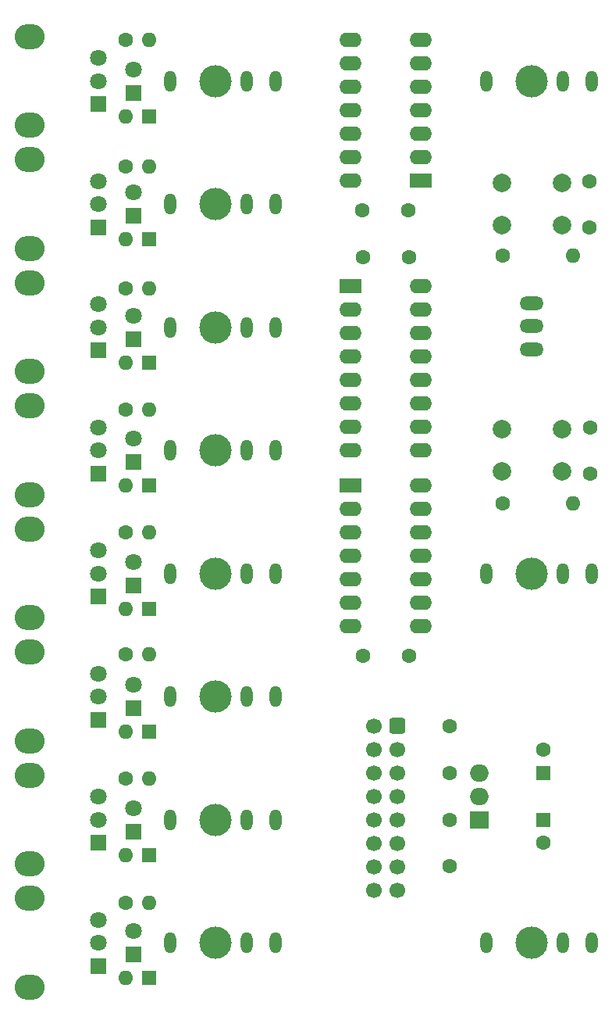
<source format=gbr>
G04 #@! TF.GenerationSoftware,KiCad,Pcbnew,(5.1.9)-1*
G04 #@! TF.CreationDate,2021-04-09T10:44:14+02:00*
G04 #@! TF.ProjectId,Baby 8,42616279-2038-42e6-9b69-6361645f7063,rev?*
G04 #@! TF.SameCoordinates,Original*
G04 #@! TF.FileFunction,Soldermask,Bot*
G04 #@! TF.FilePolarity,Negative*
%FSLAX46Y46*%
G04 Gerber Fmt 4.6, Leading zero omitted, Abs format (unit mm)*
G04 Created by KiCad (PCBNEW (5.1.9)-1) date 2021-04-09 10:44:14*
%MOMM*%
%LPD*%
G01*
G04 APERTURE LIST*
%ADD10O,3.240000X2.720000*%
%ADD11C,1.800000*%
%ADD12R,1.800000X1.800000*%
%ADD13O,1.300000X2.300000*%
%ADD14C,3.500000*%
%ADD15O,1.600000X1.600000*%
%ADD16R,1.600000X1.600000*%
%ADD17C,1.600000*%
%ADD18C,1.700000*%
%ADD19O,2.400000X1.600000*%
%ADD20R,2.400000X1.600000*%
%ADD21O,2.000000X1.905000*%
%ADD22R,2.000000X1.905000*%
%ADD23C,2.000000*%
%ADD24O,2.600000X1.500000*%
G04 APERTURE END LIST*
D10*
G04 #@! TO.C,RV8*
X5835000Y-105130000D03*
X5835000Y-95530000D03*
D11*
X13335000Y-97830000D03*
X13335000Y-100330000D03*
D12*
X13335000Y-102830000D03*
G04 #@! TD*
D10*
G04 #@! TO.C,RV7*
X5835000Y-91795000D03*
X5835000Y-82195000D03*
D11*
X13335000Y-84495000D03*
X13335000Y-86995000D03*
D12*
X13335000Y-89495000D03*
G04 #@! TD*
D10*
G04 #@! TO.C,RV6*
X5835000Y-78460000D03*
X5835000Y-68860000D03*
D11*
X13335000Y-71160000D03*
X13335000Y-73660000D03*
D12*
X13335000Y-76160000D03*
G04 #@! TD*
D10*
G04 #@! TO.C,RV5*
X5835000Y-65125000D03*
X5835000Y-55525000D03*
D11*
X13335000Y-57825000D03*
X13335000Y-60325000D03*
D12*
X13335000Y-62825000D03*
G04 #@! TD*
D10*
G04 #@! TO.C,RV4*
X5835000Y-51790000D03*
X5835000Y-42190000D03*
D11*
X13335000Y-44490000D03*
X13335000Y-46990000D03*
D12*
X13335000Y-49490000D03*
G04 #@! TD*
D10*
G04 #@! TO.C,RV3*
X5835000Y-38455000D03*
X5835000Y-28855000D03*
D11*
X13335000Y-31155000D03*
X13335000Y-33655000D03*
D12*
X13335000Y-36155000D03*
G04 #@! TD*
D10*
G04 #@! TO.C,RV2*
X5835000Y-25120000D03*
X5835000Y-15520000D03*
D11*
X13335000Y-17820000D03*
X13335000Y-20320000D03*
D12*
X13335000Y-22820000D03*
G04 #@! TD*
D10*
G04 #@! TO.C,RV1*
X5835000Y-11785000D03*
X5835000Y-2185000D03*
D11*
X13335000Y-4485000D03*
X13335000Y-6985000D03*
D12*
X13335000Y-9485000D03*
G04 #@! TD*
D13*
G04 #@! TO.C,J5*
X21115000Y-6985000D03*
X29415000Y-6985000D03*
X32515000Y-6985000D03*
D14*
X26035000Y-6985000D03*
G04 #@! TD*
D13*
G04 #@! TO.C,J12*
X21115000Y-100330000D03*
X29415000Y-100330000D03*
X32515000Y-100330000D03*
D14*
X26035000Y-100330000D03*
G04 #@! TD*
D13*
G04 #@! TO.C,J11*
X21115000Y-86995000D03*
X29415000Y-86995000D03*
X32515000Y-86995000D03*
D14*
X26035000Y-86995000D03*
G04 #@! TD*
D13*
G04 #@! TO.C,J10*
X21115000Y-73660000D03*
X29415000Y-73660000D03*
X32515000Y-73660000D03*
D14*
X26035000Y-73660000D03*
G04 #@! TD*
D13*
G04 #@! TO.C,J9*
X21115000Y-60325000D03*
X29415000Y-60325000D03*
X32515000Y-60325000D03*
D14*
X26035000Y-60325000D03*
G04 #@! TD*
D13*
G04 #@! TO.C,J8*
X21115000Y-46990000D03*
X29415000Y-46990000D03*
X32515000Y-46990000D03*
D14*
X26035000Y-46990000D03*
G04 #@! TD*
D13*
G04 #@! TO.C,J7*
X21115000Y-33655000D03*
X29415000Y-33655000D03*
X32515000Y-33655000D03*
D14*
X26035000Y-33655000D03*
G04 #@! TD*
D13*
G04 #@! TO.C,J6*
X21115000Y-20320000D03*
X29415000Y-20320000D03*
X32515000Y-20320000D03*
D14*
X26035000Y-20320000D03*
G04 #@! TD*
D13*
G04 #@! TO.C,J4*
X55405000Y-60325000D03*
X63705000Y-60325000D03*
X66805000Y-60325000D03*
D14*
X60325000Y-60325000D03*
G04 #@! TD*
D13*
G04 #@! TO.C,J3*
X55405000Y-6985000D03*
X63705000Y-6985000D03*
X66805000Y-6985000D03*
D14*
X60325000Y-6985000D03*
G04 #@! TD*
D13*
G04 #@! TO.C,J2*
X55405000Y-100330000D03*
X63705000Y-100330000D03*
X66805000Y-100330000D03*
D14*
X60325000Y-100330000D03*
G04 #@! TD*
D15*
G04 #@! TO.C,D8*
X16256000Y-104140000D03*
D16*
X18796000Y-104140000D03*
G04 #@! TD*
D15*
G04 #@! TO.C,D7*
X16256000Y-90805000D03*
D16*
X18796000Y-90805000D03*
G04 #@! TD*
D15*
G04 #@! TO.C,D6*
X16256000Y-77470000D03*
D16*
X18796000Y-77470000D03*
G04 #@! TD*
D15*
G04 #@! TO.C,D5*
X16256000Y-64135000D03*
D16*
X18796000Y-64135000D03*
G04 #@! TD*
D15*
G04 #@! TO.C,D4*
X16256000Y-50800000D03*
D16*
X18796000Y-50800000D03*
G04 #@! TD*
D15*
G04 #@! TO.C,D3*
X16256000Y-37465000D03*
D16*
X18796000Y-37465000D03*
G04 #@! TD*
D15*
G04 #@! TO.C,D2*
X16256000Y-24130000D03*
D16*
X18796000Y-24130000D03*
G04 #@! TD*
D15*
G04 #@! TO.C,D1*
X16256000Y-10795000D03*
D16*
X18796000Y-10795000D03*
G04 #@! TD*
D15*
G04 #@! TO.C,R10*
X18796000Y-96012000D03*
D17*
X16256000Y-96012000D03*
G04 #@! TD*
D15*
G04 #@! TO.C,R9*
X18796000Y-82550000D03*
D17*
X16256000Y-82550000D03*
G04 #@! TD*
D15*
G04 #@! TO.C,R8*
X18796000Y-69088000D03*
D17*
X16256000Y-69088000D03*
G04 #@! TD*
D15*
G04 #@! TO.C,R7*
X18796000Y-55880000D03*
D17*
X16256000Y-55880000D03*
G04 #@! TD*
D15*
G04 #@! TO.C,R6*
X18840000Y-42545000D03*
D17*
X16300000Y-42545000D03*
G04 #@! TD*
D15*
G04 #@! TO.C,R5*
X18796000Y-29464000D03*
D17*
X16256000Y-29464000D03*
G04 #@! TD*
D15*
G04 #@! TO.C,R4*
X18796000Y-16256000D03*
D17*
X16256000Y-16256000D03*
G04 #@! TD*
D15*
G04 #@! TO.C,R3*
X18796000Y-2540000D03*
D17*
X16256000Y-2540000D03*
G04 #@! TD*
D18*
G04 #@! TO.C,J1*
X43180000Y-94615000D03*
X43180000Y-92075000D03*
X43180000Y-89535000D03*
X43180000Y-86995000D03*
X43180000Y-84455000D03*
X43180000Y-81915000D03*
X43180000Y-79375000D03*
X43180000Y-76835000D03*
X45720000Y-94615000D03*
X45720000Y-92075000D03*
X45720000Y-89535000D03*
X45720000Y-86995000D03*
X45720000Y-84455000D03*
X45720000Y-81915000D03*
X45720000Y-79375000D03*
G36*
G01*
X46570000Y-76235000D02*
X46570000Y-77435000D01*
G75*
G02*
X46320000Y-77685000I-250000J0D01*
G01*
X45120000Y-77685000D01*
G75*
G02*
X44870000Y-77435000I0J250000D01*
G01*
X44870000Y-76235000D01*
G75*
G02*
X45120000Y-75985000I250000J0D01*
G01*
X46320000Y-75985000D01*
G75*
G02*
X46570000Y-76235000I0J-250000D01*
G01*
G37*
G04 #@! TD*
D17*
G04 #@! TO.C,C9*
X61595000Y-79415000D03*
D16*
X61595000Y-81915000D03*
G04 #@! TD*
D17*
G04 #@! TO.C,C8*
X61595000Y-89495000D03*
D16*
X61595000Y-86995000D03*
G04 #@! TD*
D19*
G04 #@! TO.C,U3*
X48260000Y-29210000D03*
X40640000Y-46990000D03*
X48260000Y-31750000D03*
X40640000Y-44450000D03*
X48260000Y-34290000D03*
X40640000Y-41910000D03*
X48260000Y-36830000D03*
X40640000Y-39370000D03*
X48260000Y-39370000D03*
X40640000Y-36830000D03*
X48260000Y-41910000D03*
X40640000Y-34290000D03*
X48260000Y-44450000D03*
X40640000Y-31750000D03*
X48260000Y-46990000D03*
D20*
X40640000Y-29210000D03*
G04 #@! TD*
D17*
G04 #@! TO.C,C7*
X41990000Y-26035000D03*
X46990000Y-26035000D03*
G04 #@! TD*
G04 #@! TO.C,C6*
X41990000Y-69215000D03*
X46990000Y-69215000D03*
G04 #@! TD*
G04 #@! TO.C,C5*
X46910000Y-20955000D03*
X41910000Y-20955000D03*
G04 #@! TD*
D21*
G04 #@! TO.C,U4*
X54610000Y-81915000D03*
X54610000Y-84455000D03*
D22*
X54610000Y-86995000D03*
G04 #@! TD*
D17*
G04 #@! TO.C,C4*
X51435000Y-76915000D03*
X51435000Y-81915000D03*
G04 #@! TD*
G04 #@! TO.C,C3*
X51435000Y-91995000D03*
X51435000Y-86995000D03*
G04 #@! TD*
D11*
G04 #@! TO.C,D16*
X17145000Y-99060000D03*
D12*
X17145000Y-101600000D03*
G04 #@! TD*
D11*
G04 #@! TO.C,D15*
X17145000Y-85725000D03*
D12*
X17145000Y-88265000D03*
G04 #@! TD*
D11*
G04 #@! TO.C,D14*
X17145000Y-72390000D03*
D12*
X17145000Y-74930000D03*
G04 #@! TD*
D11*
G04 #@! TO.C,D13*
X17145000Y-59055000D03*
D12*
X17145000Y-61595000D03*
G04 #@! TD*
D11*
G04 #@! TO.C,D12*
X17145000Y-45720000D03*
D12*
X17145000Y-48260000D03*
G04 #@! TD*
D11*
G04 #@! TO.C,D11*
X17145000Y-32385000D03*
D12*
X17145000Y-34925000D03*
G04 #@! TD*
D11*
G04 #@! TO.C,D10*
X17145000Y-19050000D03*
D12*
X17145000Y-21590000D03*
G04 #@! TD*
D11*
G04 #@! TO.C,D9*
X17145000Y-5715000D03*
D12*
X17145000Y-8255000D03*
G04 #@! TD*
D19*
G04 #@! TO.C,U2*
X48260000Y-50800000D03*
X40640000Y-66040000D03*
X48260000Y-53340000D03*
X40640000Y-63500000D03*
X48260000Y-55880000D03*
X40640000Y-60960000D03*
X48260000Y-58420000D03*
X40640000Y-58420000D03*
X48260000Y-60960000D03*
X40640000Y-55880000D03*
X48260000Y-63500000D03*
X40640000Y-53340000D03*
X48260000Y-66040000D03*
D20*
X40640000Y-50800000D03*
G04 #@! TD*
D19*
G04 #@! TO.C,U1*
X40640000Y-17780000D03*
X48260000Y-2540000D03*
X40640000Y-15240000D03*
X48260000Y-5080000D03*
X40640000Y-12700000D03*
X48260000Y-7620000D03*
X40640000Y-10160000D03*
X48260000Y-10160000D03*
X40640000Y-7620000D03*
X48260000Y-12700000D03*
X40640000Y-5080000D03*
X48260000Y-15240000D03*
X40640000Y-2540000D03*
D20*
X48260000Y-17780000D03*
G04 #@! TD*
D23*
G04 #@! TO.C,SW3*
X63575000Y-44740000D03*
X63575000Y-49240000D03*
X57075000Y-44740000D03*
X57075000Y-49240000D03*
G04 #@! TD*
G04 #@! TO.C,SW2*
X63575000Y-18070000D03*
X63575000Y-22570000D03*
X57075000Y-18070000D03*
X57075000Y-22570000D03*
G04 #@! TD*
D24*
G04 #@! TO.C,SW1*
X60325000Y-31028000D03*
X60325000Y-36028000D03*
X60325000Y-33528000D03*
G04 #@! TD*
D15*
G04 #@! TO.C,R2*
X64770000Y-52705000D03*
D17*
X57150000Y-52705000D03*
G04 #@! TD*
D15*
G04 #@! TO.C,R1*
X64770000Y-25908000D03*
D17*
X57150000Y-25908000D03*
G04 #@! TD*
G04 #@! TO.C,C2*
X66675000Y-44530000D03*
X66675000Y-49530000D03*
G04 #@! TD*
G04 #@! TO.C,C1*
X66548000Y-17860000D03*
X66548000Y-22860000D03*
G04 #@! TD*
M02*

</source>
